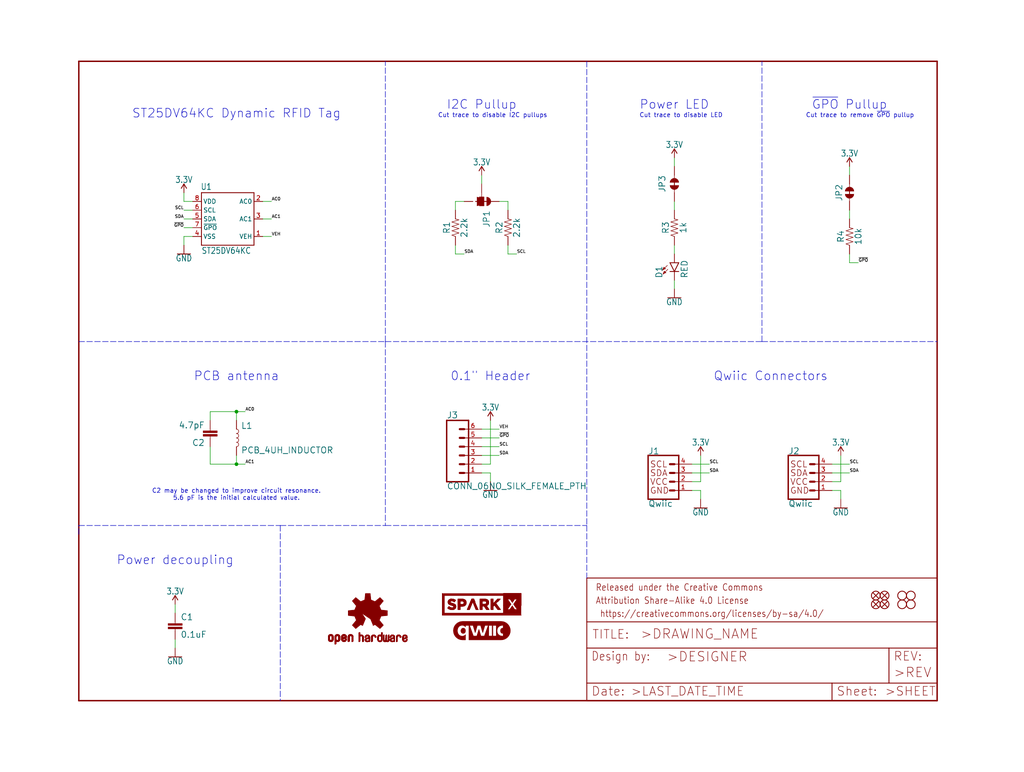
<source format=kicad_sch>
(kicad_sch (version 20211123) (generator eeschema)
  (paper "User" 297.002 223.926)
  (lib_symbols
    (symbol "eagleSchem-eagle-import:0.1UF-0603-25V-(+80{slash}-20%)"
      (property "Reference" "C" (at 1.524 2.921 0))
      (property "Value" "0.1UF-0603-25V-(+80{slash}-20%)" (at 1.524 -2.159 0))
      (symbol "0.1UF-0603-25V-(+80{slash}-20%)_1_0"
        (pin passive line (at 0 5.08 270) (length 2.54) (name "1") (number "1"))
        (pin passive line (at 0 -2.54 90) (length 2.54) (name "2") (number "2"))
      )
    )
    (symbol "eagleSchem-eagle-import:10KOHM-0603-1{slash}10W-1%"
      (property "Reference" "R" (at 0 1.524 0))
      (property "Value" "10KOHM-0603-1{slash}10W-1%" (at 0 -1.524 0))
      (symbol "10KOHM-0603-1{slash}10W-1%_1_0"
        (pin passive line (at -5.08 0 0) (length 2.54) (name "1") (number "1"))
        (pin passive line (at 5.08 0 180) (length 2.54) (name "2") (number "2"))
      )
    )
    (symbol "eagleSchem-eagle-import:1KOHM-0603-1{slash}10W-1%"
      (property "Reference" "R" (at 0 1.524 0))
      (property "Value" "1KOHM-0603-1{slash}10W-1%" (at 0 -1.524 0))
      (symbol "1KOHM-0603-1{slash}10W-1%_1_0"
        (pin passive line (at -5.08 0 0) (length 2.54) (name "1") (number "1"))
        (pin passive line (at 5.08 0 180) (length 2.54) (name "2") (number "2"))
      )
    )
    (symbol "eagleSchem-eagle-import:2.2KOHM-0603-1{slash}10W-1%"
      (property "Reference" "R" (at 0 1.524 0))
      (property "Value" "2.2KOHM-0603-1{slash}10W-1%" (at 0 -1.524 0))
      (symbol "2.2KOHM-0603-1{slash}10W-1%_1_0"
        (pin passive line (at -5.08 0 0) (length 2.54) (name "1") (number "1"))
        (pin passive line (at 5.08 0 180) (length 2.54) (name "2") (number "2"))
      )
    )
    (symbol "eagleSchem-eagle-import:3.3V" (power)
      (property "Value" "3.3V" (at 0 2.794 0))
      (symbol "3.3V_1_0"
        (pin power_in line (at 0 0 90) (length 2.54) (name "3.3V") (number "1"))
      )
    )
    (symbol "eagleSchem-eagle-import:4.7PF-0603-50V-5%"
      (property "Reference" "C" (at 1.524 2.921 0))
      (property "Value" "4.7PF-0603-50V-5%" (at 1.524 -2.159 0))
      (symbol "4.7PF-0603-50V-5%_1_0"
        (pin passive line (at 0 5.08 270) (length 2.54) (name "1") (number "1"))
        (pin passive line (at 0 -2.54 90) (length 2.54) (name "2") (number "2"))
      )
    )
    (symbol "eagleSchem-eagle-import:CONN_06NO_SILK_FEMALE_PTH"
      (property "Reference" "J" (at -5.08 10.668 0))
      (property "Value" "CONN_06NO_SILK_FEMALE_PTH" (at -5.08 -9.906 0))
      (symbol "CONN_06NO_SILK_FEMALE_PTH_1_0"
        (pin passive line (at 5.08 -5.08 180) (length 5.08) (name "1") (number "1"))
        (pin passive line (at 5.08 -2.54 180) (length 5.08) (name "2") (number "2"))
        (pin passive line (at 5.08 0 180) (length 5.08) (name "3") (number "3"))
        (pin passive line (at 5.08 2.54 180) (length 5.08) (name "4") (number "4"))
        (pin passive line (at 5.08 5.08 180) (length 5.08) (name "5") (number "5"))
        (pin passive line (at 5.08 7.62 180) (length 5.08) (name "6") (number "6"))
      )
    )
    (symbol "eagleSchem-eagle-import:FIDUCIAL1X2")
    (symbol "eagleSchem-eagle-import:FRAME-LETTERNO_PACKAGE"
      (symbol "FRAME-LETTERNO_PACKAGE_2_0"
        (text " https://creativecommons.org/licenses/by-sa/4.0/" (at 2.54 24.13 0) (effects (font (size 1.9304 1.6408)) (justify left bottom)))
        (text ">DESIGNER" (at 23.114 11.176 0) (effects (font (size 2.7432 2.7432)) (justify left bottom)))
        (text ">DRAWING_NAME" (at 15.494 17.78 0) (effects (font (size 2.7432 2.7432)) (justify left bottom)))
        (text ">LAST_DATE_TIME" (at 12.7 1.27 0) (effects (font (size 2.54 2.54)) (justify left bottom)))
        (text ">REV" (at 88.9 6.604 0) (effects (font (size 2.7432 2.7432)) (justify left bottom)))
        (text ">SHEET" (at 86.36 1.27 0) (effects (font (size 2.54 2.54)) (justify left bottom)))
        (text "Attribution Share-Alike 4.0 License" (at 2.54 27.94 0) (effects (font (size 1.9304 1.6408)) (justify left bottom)))
        (text "Date:" (at 1.27 1.27 0) (effects (font (size 2.54 2.54)) (justify left bottom)))
        (text "Design by:" (at 1.27 11.43 0) (effects (font (size 2.54 2.159)) (justify left bottom)))
        (text "Released under the Creative Commons" (at 2.54 31.75 0) (effects (font (size 1.9304 1.6408)) (justify left bottom)))
        (text "REV:" (at 88.9 11.43 0) (effects (font (size 2.54 2.54)) (justify left bottom)))
        (text "Sheet:" (at 72.39 1.27 0) (effects (font (size 2.54 2.54)) (justify left bottom)))
        (text "TITLE:" (at 1.524 17.78 0) (effects (font (size 2.54 2.54)) (justify left bottom)))
      )
    )
    (symbol "eagleSchem-eagle-import:GND" (power)
      (property "Value" "GND" (at 0 -0.254 0))
      (symbol "GND_1_0"
        (pin power_in line (at 0 2.54 270) (length 2.54) (name "GND") (number "1"))
      )
    )
    (symbol "eagleSchem-eagle-import:JUMPER-SMT_2_NC_TRACE_SILK"
      (property "Reference" "JP" (at 0 3.048 0))
      (property "Value" "JUMPER-SMT_2_NC_TRACE_SILK" (at 0 -3.048 0))
      (symbol "JUMPER-SMT_2_NC_TRACE_SILK_1_0"
        (pin passive line (at -5.08 0 0) (length 2.54) (name "1") (number "1"))
        (pin passive line (at 5.08 0 180) (length 2.54) (name "2") (number "2"))
      )
    )
    (symbol "eagleSchem-eagle-import:JUMPER-SMT_3_2-NC_TRACE_SILK"
      (property "Reference" "JP" (at 6.096 1.524 0))
      (property "Value" "JUMPER-SMT_3_2-NC_TRACE_SILK" (at 6.858 -1.524 0))
      (symbol "JUMPER-SMT_3_2-NC_TRACE_SILK_1_0"
        (pin passive line (at 0 5.08 270) (length 2.54) (name "1") (number "1"))
        (pin passive line (at -5.08 0 0) (length 2.54) (name "2") (number "2"))
        (pin passive line (at 0 -5.08 90) (length 2.54) (name "3") (number "3"))
      )
    )
    (symbol "eagleSchem-eagle-import:LED-RED0603"
      (property "Reference" "D" (at -3.429 -4.572 90))
      (property "Value" "LED-RED0603" (at 1.905 -4.572 90))
      (symbol "LED-RED0603_1_0"
        (pin passive line (at 0 2.54 270) (length 2.54) (name "A") (number "A"))
        (pin passive line (at 0 -5.08 90) (length 2.54) (name "C") (number "C"))
      )
    )
    (symbol "eagleSchem-eagle-import:OSHW-LOGOMINI")
    (symbol "eagleSchem-eagle-import:PCB_4UH_INDUCTOR"
      (property "Reference" "L" (at 1.27 2.54 0))
      (property "Value" "PCB_4UH_INDUCTOR" (at 1.27 -2.54 0))
      (symbol "PCB_4UH_INDUCTOR_1_0"
        (pin passive line (at 0 5.08 270) (length 2.54) (name "1") (number "IN1"))
        (pin passive line (at 0 -5.08 90) (length 2.54) (name "2") (number "IN2"))
      )
    )
    (symbol "eagleSchem-eagle-import:QWIIC_CONNECTORJS-1MM"
      (property "Reference" "J" (at -5.08 7.874 0))
      (property "Value" "QWIIC_CONNECTORJS-1MM" (at -5.08 -5.334 0))
      (symbol "QWIIC_CONNECTORJS-1MM_1_0"
        (text "GND" (at -4.572 -2.54 0) (effects (font (size 1.778 1.778)) (justify left)))
        (text "SCL" (at -4.572 5.08 0) (effects (font (size 1.778 1.778)) (justify left)))
        (text "SDA" (at -4.572 2.54 0) (effects (font (size 1.778 1.778)) (justify left)))
        (text "VCC" (at -4.572 0 0) (effects (font (size 1.778 1.778)) (justify left)))
        (pin power_in line (at 7.62 -2.54 180) (length 5.08) (name "1") (number "1"))
        (pin power_in line (at 7.62 0 180) (length 5.08) (name "2") (number "2"))
        (pin passive line (at 7.62 2.54 180) (length 5.08) (name "3") (number "3"))
        (pin passive line (at 7.62 5.08 180) (length 5.08) (name "4") (number "4"))
      )
    )
    (symbol "eagleSchem-eagle-import:QWIIC_LOGO_7MM")
    (symbol "eagleSchem-eagle-import:SPARKX-LOGO5")
    (symbol "eagleSchem-eagle-import:ST25DV64KC"
      (property "Reference" "U" (at 0 16.51 0))
      (property "Value" "ST25DV64KC" (at 0 -2.54 0))
      (symbol "ST25DV64KC_1_0"
        (pin power_in line (at 17.78 2.54 180) (length 2.54) (name "VEH") (number "1"))
        (pin bidirectional line (at 17.78 12.7 180) (length 2.54) (name "AC0") (number "2"))
        (pin bidirectional line (at 17.78 7.62 180) (length 2.54) (name "AC1") (number "3"))
        (pin power_in line (at -2.54 2.54 0) (length 2.54) (name "VSS") (number "4"))
        (pin bidirectional line (at -2.54 7.62 0) (length 2.54) (name "SDA") (number "5"))
        (pin bidirectional line (at -2.54 10.16 0) (length 2.54) (name "SCL") (number "6"))
        (pin output line (at -2.54 5.08 0) (length 2.54) (name "~{GPO}") (number "7"))
        (pin power_in line (at -2.54 12.7 0) (length 2.54) (name "VDD") (number "8"))
      )
    )
    (symbol "eagleSchem-eagle-import:STAND-OFF")
  )
  (junction (at 68.58 134.62))
  (junction (at 68.58 119.38))
  (wire (pts (xy 246.38 60.96) (xy 246.38 63.5)))
  (polyline (pts (xy 22.86 152.4) (xy 81.28 152.4)))
  (wire (pts (xy 53.34 58.42) (xy 55.88 58.42)))
  (wire (pts (xy 60.96 119.38) (xy 68.58 119.38)))
  (wire (pts (xy 241.3 142.24) (xy 243.84 142.24)))
  (polyline (pts (xy 111.76 99.06) (xy 220.98 99.06)))
  (wire (pts (xy 241.3 137.16) (xy 246.38 137.16)))
  (wire (pts (xy 139.7 127) (xy 144.78 127)))
  (wire (pts (xy 246.38 50.8) (xy 246.38 48.26)))
  (polyline (pts (xy 220.98 99.06) (xy 271.78 99.06)))
  (wire (pts (xy 246.38 73.66) (xy 246.38 76.2)))
  (wire (pts (xy 246.38 76.2) (xy 248.92 76.2)))
  (wire (pts (xy 139.7 124.46) (xy 144.78 124.46)))
  (wire (pts (xy 68.58 119.38) (xy 71.12 119.38)))
  (wire (pts (xy 139.7 137.16) (xy 142.24 137.16)))
  (wire (pts (xy 76.2 58.42) (xy 78.74 58.42)))
  (wire (pts (xy 144.78 58.42) (xy 147.32 58.42)))
  (wire (pts (xy 200.66 142.24) (xy 203.2 142.24)))
  (wire (pts (xy 132.08 71.12) (xy 132.08 73.66)))
  (wire (pts (xy 243.84 142.24) (xy 243.84 144.78)))
  (wire (pts (xy 55.88 68.58) (xy 53.34 68.58)))
  (polyline (pts (xy 81.28 152.4) (xy 111.76 152.4)))
  (wire (pts (xy 68.58 121.92) (xy 68.58 119.38)))
  (wire (pts (xy 195.58 58.42) (xy 195.58 60.96)))
  (wire (pts (xy 55.88 60.96) (xy 53.34 60.96)))
  (wire (pts (xy 60.96 121.92) (xy 60.96 119.38)))
  (polyline (pts (xy 220.98 99.06) (xy 220.98 17.78)))
  (wire (pts (xy 68.58 134.62) (xy 71.12 134.62)))
  (wire (pts (xy 60.96 134.62) (xy 68.58 134.62)))
  (polyline (pts (xy 22.86 154.94) (xy 22.86 152.4)))
  (wire (pts (xy 68.58 132.08) (xy 68.58 134.62)))
  (wire (pts (xy 55.88 66.04) (xy 53.34 66.04)))
  (wire (pts (xy 200.66 134.62) (xy 205.74 134.62)))
  (wire (pts (xy 55.88 63.5) (xy 53.34 63.5)))
  (wire (pts (xy 139.7 132.08) (xy 144.78 132.08)))
  (wire (pts (xy 139.7 53.34) (xy 139.7 50.8)))
  (wire (pts (xy 147.32 71.12) (xy 147.32 73.66)))
  (wire (pts (xy 195.58 71.12) (xy 195.58 73.66)))
  (wire (pts (xy 132.08 73.66) (xy 134.62 73.66)))
  (wire (pts (xy 203.2 139.7) (xy 203.2 132.08)))
  (wire (pts (xy 142.24 134.62) (xy 142.24 121.92)))
  (wire (pts (xy 195.58 81.28) (xy 195.58 83.82)))
  (wire (pts (xy 203.2 142.24) (xy 203.2 144.78)))
  (wire (pts (xy 139.7 134.62) (xy 142.24 134.62)))
  (wire (pts (xy 200.66 137.16) (xy 205.74 137.16)))
  (wire (pts (xy 76.2 63.5) (xy 78.74 63.5)))
  (polyline (pts (xy 170.18 17.78) (xy 170.18 152.4)))
  (wire (pts (xy 200.66 139.7) (xy 203.2 139.7)))
  (wire (pts (xy 60.96 129.54) (xy 60.96 134.62)))
  (polyline (pts (xy 22.86 99.06) (xy 111.76 99.06)))
  (wire (pts (xy 241.3 134.62) (xy 246.38 134.62)))
  (polyline (pts (xy 111.76 152.4) (xy 170.18 152.4)))
  (wire (pts (xy 243.84 139.7) (xy 243.84 132.08)))
  (wire (pts (xy 241.3 139.7) (xy 243.84 139.7)))
  (wire (pts (xy 142.24 137.16) (xy 142.24 139.7)))
  (wire (pts (xy 53.34 68.58) (xy 53.34 71.12)))
  (wire (pts (xy 195.58 45.72) (xy 195.58 48.26)))
  (wire (pts (xy 50.8 177.8) (xy 50.8 175.26)))
  (wire (pts (xy 50.8 185.42) (xy 50.8 187.96)))
  (wire (pts (xy 76.2 68.58) (xy 78.74 68.58)))
  (polyline (pts (xy 111.76 99.06) (xy 111.76 152.4)))
  (wire (pts (xy 53.34 58.42) (xy 53.34 55.88)))
  (wire (pts (xy 132.08 60.96) (xy 132.08 58.42)))
  (polyline (pts (xy 81.28 152.4) (xy 81.28 203.2)))
  (wire (pts (xy 147.32 73.66) (xy 149.86 73.66)))
  (polyline (pts (xy 170.18 152.4) (xy 170.18 167.64)))
  (polyline (pts (xy 111.76 99.06) (xy 111.76 17.78)))
  (wire (pts (xy 139.7 129.54) (xy 144.78 129.54)))
  (wire (pts (xy 147.32 58.42) (xy 147.32 60.96)))
  (wire (pts (xy 132.08 58.42) (xy 134.62 58.42)))
  (text "PCB antenna" (at 68.58 109.22 180) (effects (font (size 2.54 2.54))))
  (text "Power LED" (at 195.58 30.48 180) (effects (font (size 2.54 2.54))))
  (text "~{GPO} Pullup" (at 246.38 30.48 180) (effects (font (size 2.54 2.54))))
  (text "Cut trace to remove ~{GPO} pullup" (at 233.68 34.29 180) (effects (font (size 1.27 1.27)) (justify left bottom)))
  (text "Cut trace to disable LED" (at 185.42 34.29 180) (effects (font (size 1.27 1.27)) (justify left bottom)))
  (text "Cut trace to disable I2C pullups" (at 127 34.29 180) (effects (font (size 1.27 1.27)) (justify left bottom)))
  (text "C2 may be changed to improve circuit resonance.\n5.6 pF is the initial calculated value." (at 68.58 143.51 180) (effects (font (size 1.27 1.27))))
  (text "Power decoupling" (at 50.8 162.56 180) (effects (font (size 2.54 2.54))))
  (text "Qwiic Connectors" (at 223.52 109.22 180) (effects (font (size 2.54 2.54))))
  (text "ST25DV64KC Dynamic RFID Tag" (at 68.58 33.02 180) (effects (font (size 2.54 2.54))))
  (text "0.1\" Header" (at 142.24 109.22 180) (effects (font (size 2.54 2.54))))
  (text "I2C Pullup" (at 139.7 30.48 180) (effects (font (size 2.54 2.54))))
  (label "SDA" (at 144.78 132.08 0) (effects (font (size 0.889 0.889))))
  (label "SCL" (at 144.78 129.54 0) (effects (font (size 0.889 0.889))))
  (label "SDA" (at 53.34 63.5 180) (effects (font (size 0.889 0.889))))
  (label "~{GPO}" (at 53.34 66.04 180) (effects (font (size 0.889 0.889))))
  (label "~{GPO}" (at 144.78 127 0) (effects (font (size 0.889 0.889))))
  (label "AC0" (at 78.74 58.42 0) (effects (font (size 0.889 0.889))))
  (label "VEH" (at 78.74 68.58 0) (effects (font (size 0.889 0.889))))
  (label "AC0" (at 71.12 119.38 0) (effects (font (size 0.889 0.889))))
  (label "SDA" (at 205.74 137.16 0) (effects (font (size 0.889 0.889))))
  (label "SDA" (at 134.62 73.66 0) (effects (font (size 0.889 0.889))))
  (label "SCL" (at 246.38 134.62 0) (effects (font (size 0.889 0.889))))
  (label "AC1" (at 78.74 63.5 0) (effects (font (size 0.889 0.889))))
  (label "AC1" (at 71.12 134.62 0) (effects (font (size 0.889 0.889))))
  (label "VEH" (at 144.78 124.46 0) (effects (font (size 0.889 0.889))))
  (label "~{GPO}" (at 248.92 76.2 0) (effects (font (size 0.889 0.889))))
  (label "SCL" (at 205.74 134.62 0) (effects (font (size 0.889 0.889))))
  (label "SDA" (at 246.38 137.16 0) (effects (font (size 0.889 0.889))))
  (label "SCL" (at 53.34 60.96 180) (effects (font (size 0.889 0.889))))
  (label "SCL" (at 149.86 73.66 0) (effects (font (size 0.889 0.889))))
  (symbol (lib_id "eagleSchem-eagle-import:FIDUCIAL1X2") (at 256.54 175.26 0) (unit 1)
    (property "Reference" "FD2" (effects hide))
    (property "Value" "FIDUCIAL1X2" (effects hide))
    (property "Footprint" "eagleSchem:FIDUCIAL-1X2" (effects hide))
  )
  (symbol (lib_id "eagleSchem-eagle-import:STAND-OFF") (at 264.16 175.26 0) (unit 1)
    (property "Reference" "H2" (effects hide))
    (property "Value" "STAND-OFF" (effects hide))
    (property "Footprint" "eagleSchem:STAND-OFF" (effects hide))
  )
  (symbol (lib_id "eagleSchem-eagle-import:FIDUCIAL1X2") (at 254 175.26 0) (unit 1)
    (property "Reference" "FD1" (effects hide))
    (property "Value" "FIDUCIAL1X2" (effects hide))
    (property "Footprint" "eagleSchem:FIDUCIAL-1X2" (effects hide))
  )
  (symbol (lib_id "eagleSchem-eagle-import:3.3V") (at 142.24 121.92 0) (unit 1)
    (property "Reference" "#SUPPLY8" (effects hide))
    (property "Value" "3.3V" (at 142.24 119.126 0) (effects (font (size 1.778 1.5113)) (justify bottom)))
    (property "Footprint" "eagleSchem:" (effects hide))
  )
  (symbol (lib_id "eagleSchem-eagle-import:STAND-OFF") (at 261.62 175.26 0) (unit 1)
    (property "Reference" "H1" (effects hide))
    (property "Value" "STAND-OFF" (effects hide))
    (property "Footprint" "eagleSchem:STAND-OFF" (effects hide))
  )
  (symbol (lib_id "eagleSchem-eagle-import:10KOHM-0603-1{slash}10W-1%") (at 246.38 68.58 90) (unit 1)
    (property "Reference" "R4" (at 244.856 68.58 0) (effects (font (size 1.778 1.778)) (justify bottom)))
    (property "Value" "10k" (at 247.904 68.58 0) (effects (font (size 1.778 1.778)) (justify top)))
    (property "Footprint" "eagleSchem:0603" (effects hide))
  )
  (symbol (lib_id "eagleSchem-eagle-import:GND") (at 203.2 147.32 0) (unit 1)
    (property "Reference" "#GND2" (effects hide))
    (property "Value" "GND" (at 203.2 147.574 0) (effects (font (size 1.778 1.5113)) (justify top)))
    (property "Footprint" "eagleSchem:" (effects hide))
  )
  (symbol (lib_id "eagleSchem-eagle-import:FRAME-LETTERNO_PACKAGE") (at 22.86 203.2 0) (unit 1)
    (property "Reference" "FRAME1" (effects hide))
    (property "Value" "FRAME-LETTERNO_PACKAGE" (effects hide))
    (property "Footprint" "eagleSchem:DUMMY" (effects hide))
    (property "Value" "FRAME-LETTERNO_PACKAGE" (effects hide))
    (property "Value" "FRAME-LETTERNO_PACKAGE" (effects hide))
    (property "Value" "FRAME-LETTERNO_PACKAGE" (effects hide))
  )
  (symbol (lib_id "eagleSchem-eagle-import:GND") (at 243.84 147.32 0) (unit 1)
    (property "Reference" "#GND3" (effects hide))
    (property "Value" "GND" (at 243.84 147.574 0) (effects (font (size 1.778 1.5113)) (justify top)))
    (property "Footprint" "eagleSchem:" (effects hide))
  )
  (symbol (lib_id "eagleSchem-eagle-import:QWIIC_CONNECTORJS-1MM") (at 233.68 139.7 0) (unit 1)
    (property "Reference" "J2" (at 228.6 131.826 0) (effects (font (size 1.778 1.778)) (justify left bottom)))
    (property "Value" "Qwiic" (at 228.6 145.034 0) (effects (font (size 1.778 1.778)) (justify left top)))
    (property "Footprint" "eagleSchem:JST04_1MM_RA" (effects hide))
  )
  (symbol (lib_id "eagleSchem-eagle-import:GND") (at 195.58 86.36 0) (unit 1)
    (property "Reference" "#GND5" (effects hide))
    (property "Value" "GND" (at 195.58 86.614 0) (effects (font (size 1.778 1.5113)) (justify top)))
    (property "Footprint" "eagleSchem:" (effects hide))
  )
  (symbol (lib_id "eagleSchem-eagle-import:FRAME-LETTERNO_PACKAGE") (at 170.18 203.2 0) (unit 2)
    (property "Reference" "FRAME1" (effects hide))
    (property "Value" "FRAME-LETTERNO_PACKAGE" (effects hide))
    (property "Footprint" "eagleSchem:DUMMY" (effects hide))
    (property "Value" "FRAME-LETTERNO_PACKAGE" (effects hide))
    (property "Value" "FRAME-LETTERNO_PACKAGE" (effects hide))
    (property "Value" "FRAME-LETTERNO_PACKAGE" (effects hide))
  )
  (symbol (lib_id "eagleSchem-eagle-import:FIDUCIAL1X2") (at 256.54 172.72 0) (unit 1)
    (property "Reference" "FD4" (effects hide))
    (property "Value" "FIDUCIAL1X2" (effects hide))
    (property "Footprint" "eagleSchem:FIDUCIAL-1X2" (effects hide))
  )
  (symbol (lib_id "eagleSchem-eagle-import:SPARKX-LOGO5") (at 139.7 175.26 0) (unit 1)
    (property "Reference" "U$1" (effects hide))
    (property "Value" "SPARKX-LOGO5" (effects hide))
    (property "Footprint" "eagleSchem:SPARKX-LARGE" (effects hide))
  )
  (symbol (lib_id "eagleSchem-eagle-import:OSHW-LOGOMINI") (at 106.68 177.8 0) (unit 1)
    (property "Reference" "LOGO1" (effects hide))
    (property "Value" "OSHW-LOGOMINI" (effects hide))
    (property "Footprint" "eagleSchem:OSHW-LOGO-MINI" (effects hide))
  )
  (symbol (lib_id "eagleSchem-eagle-import:3.3V") (at 50.8 175.26 0) (unit 1)
    (property "Reference" "#SUPPLY1" (effects hide))
    (property "Value" "3.3V" (at 50.8 172.466 0) (effects (font (size 1.778 1.5113)) (justify bottom)))
    (property "Footprint" "eagleSchem:" (effects hide))
  )
  (symbol (lib_id "eagleSchem-eagle-import:ST25DV64KC") (at 58.42 71.12 0) (unit 1)
    (property "Reference" "U1" (at 58.166 55.118 0) (effects (font (size 1.778 1.5113)) (justify left bottom)))
    (property "Value" "ST25DV64KC" (at 58.42 73.66 0) (effects (font (size 1.778 1.5113)) (justify left bottom)))
    (property "Footprint" "eagleSchem:SO08" (effects hide))
  )
  (symbol (lib_id "eagleSchem-eagle-import:JUMPER-SMT_3_2-NC_TRACE_SILK") (at 139.7 58.42 270) (unit 1)
    (property "Reference" "JP1" (at 140.081 60.96 0) (effects (font (size 1.778 1.778)) (justify left bottom)))
    (property "Value" "JUMPER-SMT_3_2-NC_TRACE_SILK" (effects hide))
    (property "Footprint" "eagleSchem:SMT-JUMPER_3_2-NC_TRACE_SILK" (effects hide))
  )
  (symbol (lib_id "eagleSchem-eagle-import:3.3V") (at 246.38 48.26 0) (unit 1)
    (property "Reference" "#SUPPLY6" (effects hide))
    (property "Value" "3.3V" (at 246.38 45.466 0) (effects (font (size 1.778 1.5113)) (justify bottom)))
    (property "Footprint" "eagleSchem:" (effects hide))
  )
  (symbol (lib_id "eagleSchem-eagle-import:PCB_4UH_INDUCTOR") (at 68.58 127 0) (unit 1)
    (property "Reference" "L1" (at 69.85 124.46 0) (effects (font (size 1.778 1.778)) (justify left bottom)))
    (property "Value" "PCB_4UH_INDUCTOR" (at 69.85 129.54 0) (effects (font (size 1.778 1.778)) (justify left top)))
    (property "Footprint" "eagleSchem:PCB_4UH_INDUCTOR" (effects hide))
  )
  (symbol (lib_id "eagleSchem-eagle-import:SPARKX-LOGO5") (at 139.7 175.26 0) (unit 1)
    (property "Reference" "U$2" (effects hide))
    (property "Value" "SPARKX-LOGO5" (effects hide))
    (property "Footprint" "eagleSchem:SPARKX-LARGE" (effects hide))
  )
  (symbol (lib_id "eagleSchem-eagle-import:LED-RED0603") (at 195.58 76.2 0) (unit 1)
    (property "Reference" "D1" (at 192.151 80.772 90) (effects (font (size 1.778 1.778)) (justify left bottom)))
    (property "Value" "RED" (at 197.485 80.772 90) (effects (font (size 1.778 1.778)) (justify left top)))
    (property "Footprint" "eagleSchem:LED-0603" (effects hide))
  )
  (symbol (lib_id "eagleSchem-eagle-import:GND") (at 142.24 142.24 0) (unit 1)
    (property "Reference" "#GND6" (effects hide))
    (property "Value" "GND" (at 142.24 142.494 0) (effects (font (size 1.778 1.5113)) (justify top)))
    (property "Footprint" "eagleSchem:" (effects hide))
  )
  (symbol (lib_id "eagleSchem-eagle-import:GND") (at 50.8 190.5 0) (unit 1)
    (property "Reference" "#GND1" (effects hide))
    (property "Value" "GND" (at 50.8 190.754 0) (effects (font (size 1.778 1.5113)) (justify top)))
    (property "Footprint" "eagleSchem:" (effects hide))
  )
  (symbol (lib_id "eagleSchem-eagle-import:CONN_06NO_SILK_FEMALE_PTH") (at 134.62 132.08 0) (unit 1)
    (property "Reference" "J3" (at 129.54 121.412 0) (effects (font (size 1.778 1.778)) (justify left bottom)))
    (property "Value" "CONN_06NO_SILK_FEMALE_PTH" (at 129.54 141.986 0) (effects (font (size 1.778 1.778)) (justify left bottom)))
    (property "Footprint" "eagleSchem:1X06_NO_SILK" (effects hide))
  )
  (symbol (lib_id "eagleSchem-eagle-import:0.1UF-0603-25V-(+80{slash}-20%)") (at 50.8 182.88 0) (unit 1)
    (property "Reference" "C1" (at 52.324 179.959 0) (effects (font (size 1.778 1.778)) (justify left bottom)))
    (property "Value" "0.1uF" (at 52.324 185.039 0) (effects (font (size 1.778 1.778)) (justify left bottom)))
    (property "Footprint" "eagleSchem:0603" (effects hide))
  )
  (symbol (lib_id "eagleSchem-eagle-import:3.3V") (at 195.58 45.72 0) (unit 1)
    (property "Reference" "#SUPPLY7" (effects hide))
    (property "Value" "3.3V" (at 195.58 42.926 0) (effects (font (size 1.778 1.5113)) (justify bottom)))
    (property "Footprint" "eagleSchem:" (effects hide))
  )
  (symbol (lib_id "eagleSchem-eagle-import:2.2KOHM-0603-1{slash}10W-1%") (at 147.32 66.04 90) (unit 1)
    (property "Reference" "R2" (at 145.796 66.04 0) (effects (font (size 1.778 1.778)) (justify bottom)))
    (property "Value" "2.2k" (at 148.844 66.04 0) (effects (font (size 1.778 1.778)) (justify top)))
    (property "Footprint" "eagleSchem:0603" (effects hide))
  )
  (symbol (lib_id "eagleSchem-eagle-import:3.3V") (at 53.34 55.88 0) (unit 1)
    (property "Reference" "#SUPPLY3" (effects hide))
    (property "Value" "3.3V" (at 53.34 53.086 0) (effects (font (size 1.778 1.5113)) (justify bottom)))
    (property "Footprint" "eagleSchem:" (effects hide))
  )
  (symbol (lib_id "eagleSchem-eagle-import:2.2KOHM-0603-1{slash}10W-1%") (at 132.08 66.04 90) (unit 1)
    (property "Reference" "R1" (at 130.556 66.04 0) (effects (font (size 1.778 1.778)) (justify bottom)))
    (property "Value" "2.2k" (at 133.604 66.04 0) (effects (font (size 1.778 1.778)) (justify top)))
    (property "Footprint" "eagleSchem:0603" (effects hide))
  )
  (symbol (lib_id "eagleSchem-eagle-import:3.3V") (at 139.7 50.8 0) (unit 1)
    (property "Reference" "#SUPPLY2" (effects hide))
    (property "Value" "3.3V" (at 139.7 48.006 0) (effects (font (size 1.778 1.5113)) (justify bottom)))
    (property "Footprint" "eagleSchem:" (effects hide))
  )
  (symbol (lib_id "eagleSchem-eagle-import:QWIIC_CONNECTORJS-1MM") (at 193.04 139.7 0) (unit 1)
    (property "Reference" "J1" (at 187.96 131.826 0) (effects (font (size 1.778 1.778)) (justify left bottom)))
    (property "Value" "Qwiic" (at 187.96 145.034 0) (effects (font (size 1.778 1.778)) (justify left top)))
    (property "Footprint" "eagleSchem:JST04_1MM_RA" (effects hide))
  )
  (symbol (lib_id "eagleSchem-eagle-import:FIDUCIAL1X2") (at 254 172.72 0) (unit 1)
    (property "Reference" "FD3" (effects hide))
    (property "Value" "FIDUCIAL1X2" (effects hide))
    (property "Footprint" "eagleSchem:FIDUCIAL-1X2" (effects hide))
  )
  (symbol (lib_id "eagleSchem-eagle-import:JUMPER-SMT_2_NC_TRACE_SILK") (at 195.58 53.34 90) (unit 1)
    (property "Reference" "JP3" (at 193.04 55.88 0) (effects (font (size 1.778 1.778)) (justify left bottom)))
    (property "Value" "JUMPER-SMT_2_NC_TRACE_SILK" (effects hide))
    (property "Footprint" "eagleSchem:SMT-JUMPER_2_NC_TRACE_SILK" (effects hide))
  )
  (symbol (lib_id "eagleSchem-eagle-import:JUMPER-SMT_2_NC_TRACE_SILK") (at 246.38 55.88 90) (unit 1)
    (property "Reference" "JP2" (at 243.332 55.88 0) (effects (font (size 1.778 1.778))))
    (property "Value" "JUMPER-SMT_2_NC_TRACE_SILK" (effects hide))
    (property "Footprint" "eagleSchem:SMT-JUMPER_2_NC_TRACE_SILK" (effects hide))
  )
  (symbol (lib_id "eagleSchem-eagle-import:1KOHM-0603-1{slash}10W-1%") (at 195.58 66.04 90) (unit 1)
    (property "Reference" "R3" (at 194.056 66.04 0) (effects (font (size 1.778 1.778)) (justify bottom)))
    (property "Value" "1k" (at 197.104 66.04 0) (effects (font (size 1.778 1.778)) (justify top)))
    (property "Footprint" "eagleSchem:0603" (effects hide))
  )
  (symbol (lib_id "eagleSchem-eagle-import:3.3V") (at 203.2 132.08 0) (unit 1)
    (property "Reference" "#SUPPLY4" (effects hide))
    (property "Value" "3.3V" (at 203.2 129.286 0) (effects (font (size 1.778 1.5113)) (justify bottom)))
    (property "Footprint" "eagleSchem:" (effects hide))
  )
  (symbol (lib_id "eagleSchem-eagle-import:QWIIC_LOGO_7MM") (at 139.7 182.88 0) (unit 1)
    (property "Reference" "LOGO3" (effects hide))
    (property "Value" "QWIIC_LOGO_7MM" (effects hide))
    (property "Footprint" "eagleSchem:QWIIC_7MM" (effects hide))
  )
  (symbol (lib_id "eagleSchem-eagle-import:STAND-OFF") (at 264.16 172.72 0) (unit 1)
    (property "Reference" "H4" (effects hide))
    (property "Value" "STAND-OFF" (effects hide))
    (property "Footprint" "eagleSchem:STAND-OFF" (effects hide))
  )
  (symbol (lib_id "eagleSchem-eagle-import:4.7PF-0603-50V-5%") (at 60.96 124.46 180) (unit 1)
    (property "Reference" "C2" (at 59.436 127.381 0) (effects (font (size 1.778 1.778)) (justify left bottom)))
    (property "Value" "4.7pF" (at 59.436 122.301 0) (effects (font (size 1.778 1.778)) (justify left bottom)))
    (property "Footprint" "eagleSchem:0603" (effects hide))
  )
  (symbol (lib_id "eagleSchem-eagle-import:STAND-OFF") (at 261.62 172.72 0) (unit 1)
    (property "Reference" "H3" (effects hide))
    (property "Value" "STAND-OFF" (effects hide))
    (property "Footprint" "eagleSchem:STAND-OFF" (effects hide))
  )
  (symbol (lib_id "eagleSchem-eagle-import:3.3V") (at 243.84 132.08 0) (unit 1)
    (property "Reference" "#SUPPLY5" (effects hide))
    (property "Value" "3.3V" (at 243.84 129.286 0) (effects (font (size 1.778 1.5113)) (justify bottom)))
    (property "Footprint" "eagleSchem:" (effects hide))
  )
  (symbol (lib_id "eagleSchem-eagle-import:GND") (at 53.34 73.66 0) (unit 1)
    (property "Reference" "#GND4" (effects hide))
    (property "Value" "GND" (at 53.34 73.914 0) (effects (font (size 1.778 1.5113)) (justify top)))
    (property "Footprint" "eagleSchem:" (effects hide))
  )
)
</source>
